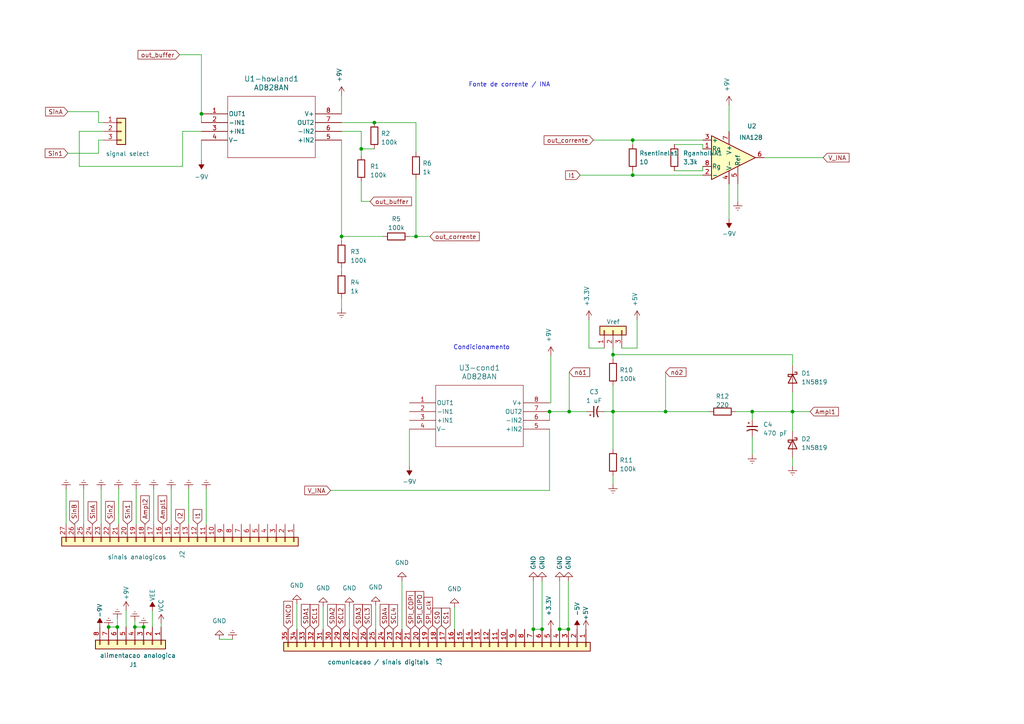
<source format=kicad_sch>
(kicad_sch (version 20230121) (generator eeschema)
  (paper "A4")
  (title_block (title "Fonte de corrente monopolar") (date "2023-07-14") (rev "v02") (company "EITduino") (comment 1 "Autor: Gustavo Pinheiro") (comment 2 "Placa de face dupla 90x100 mm") (comment 3 "Barramento V04") (comment 4 "Howland aperfeicoada"))
  (lib_symbols
    (symbol "2023-04-18_19-29-20:AD828AN" (pin_names (offset 0.254))
      (property "Reference" "U" (at 20.32 10.16 0))
      (property "Value" "AD828AN" (at 20.32 7.62 0))
      (symbol "AD828AN_0_1"
        (polyline (pts (xy 7.62 -12.7) (xy 33.02 -12.7)) (stroke (width 0.127)))
        (polyline (pts (xy 7.62 5.08) (xy 7.62 -12.7)) (stroke (width 0.127)))
        (polyline (pts (xy 33.02 -12.7) (xy 33.02 5.08)) (stroke (width 0.127)))
        (polyline (pts (xy 33.02 5.08) (xy 7.62 5.08)) (stroke (width 0.127)))
        (pin unspecified line (at 0 0 0) (length 7.62) (name "OUT1") (number "1"))
        (pin unspecified line (at 0 -2.54 0) (length 7.62) (name "-IN1") (number "2"))
        (pin unspecified line (at 0 -5.08 0) (length 7.62) (name "+IN1") (number "3"))
        (pin power_in line (at 0 -7.62 0) (length 7.62) (name "V-") (number "4"))
        (pin unspecified line (at 40.64 -7.62 180) (length 7.62) (name "+IN2") (number "5"))
        (pin unspecified line (at 40.64 -5.08 180) (length 7.62) (name "-IN2") (number "6"))
        (pin unspecified line (at 40.64 -2.54 180) (length 7.62) (name "OUT2") (number "7"))
        (pin power_in line (at 40.64 0 180) (length 7.62) (name "V+") (number "8"))
      )
    )
    (symbol "AD828AN:AD828AN" (pin_names (offset 0.254))
      (property "Reference" "U" (at 20.32 10.16 0))
      (property "Value" "AD828AN" (at 20.32 7.62 0))
      (symbol "AD828AN_0_1"
        (polyline (pts (xy 7.62 -12.7) (xy 33.02 -12.7)) (stroke (width 0.127)))
        (polyline (pts (xy 7.62 5.08) (xy 7.62 -12.7)) (stroke (width 0.127)))
        (polyline (pts (xy 33.02 -12.7) (xy 33.02 5.08)) (stroke (width 0.127)))
        (polyline (pts (xy 33.02 5.08) (xy 7.62 5.08)) (stroke (width 0.127)))
        (pin unspecified line (at 0 0 0) (length 7.62) (name "OUT1") (number "1"))
        (pin unspecified line (at 0 -2.54 0) (length 7.62) (name "-IN1") (number "2"))
        (pin unspecified line (at 0 -5.08 0) (length 7.62) (name "+IN1") (number "3"))
        (pin power_in line (at 0 -7.62 0) (length 7.62) (name "V-") (number "4"))
        (pin unspecified line (at 40.64 -7.62 180) (length 7.62) (name "+IN2") (number "5"))
        (pin unspecified line (at 40.64 -5.08 180) (length 7.62) (name "-IN2") (number "6"))
        (pin unspecified line (at 40.64 -2.54 180) (length 7.62) (name "OUT2") (number "7"))
        (pin power_in line (at 40.64 0 180) (length 7.62) (name "V+") (number "8"))
      )
    )
    (symbol "Amplifier_Instrumentation:INA128" (pin_names (offset 0.127))
      (property "Reference" "U" (at 3.81 3.175 0))
      (property "Value" "INA128" (at 3.81 -3.175 0))
      (symbol "INA128_0_1"
        (polyline (pts (xy 7.62 0) (xy -5.08 6.35) (xy -5.08 -6.35) (xy 7.62 0)) (stroke (width 0.254)) (fill (type background)))
      )
      (symbol "INA128_1_1"
        (pin passive line (at -7.62 2.54 0) (length 2.54) (name "Rg") (number "1"))
        (pin input line (at -7.62 -5.08 0) (length 2.54) (name "-") (number "2"))
        (pin input line (at -7.62 5.08 0) (length 2.54) (name "+") (number "3"))
        (pin power_in line (at 0 -7.62 90) (length 3.81) (name "V-") (number "4"))
        (pin input line (at 2.54 -7.62 90) (length 5.08) (name "Ref") (number "5"))
        (pin output line (at 10.16 0 180) (length 2.54) (name "~") (number "6"))
        (pin power_in line (at 0 7.62 270) (length 3.81) (name "V+") (number "7"))
        (pin passive line (at -7.62 -2.54 0) (length 2.54) (name "Rg") (number "8"))
      )
    )
    (symbol "Conn_01x03_1" (pin_names (offset 1.016) hide)
      (property "Value" "Change_signal" (at 8.128 -6.477 0))
      (symbol "Conn_01x03_1_1_1"
        (rectangle (start -1.27 -2.413) (end 0 -2.667) (stroke (width 0.1524)))
        (rectangle (start -1.27 0.127) (end 0 -0.127) (stroke (width 0.1524)))
        (rectangle (start -1.27 2.667) (end 0 2.413) (stroke (width 0.1524)))
        (rectangle (start -1.27 3.81) (end 1.27 -3.81) (stroke (width 0.254)) (fill (type background)))
        (pin passive line (at -5.08 2.54 0) (length 3.81) (name "Pin_1") (number "1"))
        (pin passive line (at -5.08 0 0) (length 3.81) (name "Pin_2") (number "2"))
        (pin passive line (at -5.08 -2.54 0) (length 3.81) (name "Pin_3") (number "3"))
      )
    )
    (symbol "Connector_Generic:Conn_01x03" (pin_names (offset 1.016) hide)
      (property "Reference" "J" (at 0 5.08 0))
      (property "Value" "Conn_01x03" (at 0 -5.08 0))
      (symbol "Conn_01x03_1_1"
        (rectangle (start -1.27 -2.413) (end 0 -2.667) (stroke (width 0.1524)))
        (rectangle (start -1.27 0.127) (end 0 -0.127) (stroke (width 0.1524)))
        (rectangle (start -1.27 2.667) (end 0 2.413) (stroke (width 0.1524)))
        (rectangle (start -1.27 3.81) (end 1.27 -3.81) (stroke (width 0.254)) (fill (type background)))
        (pin passive line (at -5.08 2.54 0) (length 3.81) (name "Pin_1") (number "1"))
        (pin passive line (at -5.08 0 0) (length 3.81) (name "Pin_2") (number "2"))
        (pin passive line (at -5.08 -2.54 0) (length 3.81) (name "Pin_3") (number "3"))
      )
    )
    (symbol "Connector_Generic:Conn_01x08" (pin_names (offset 1.016) hide)
      (property "Reference" "J" (at 0 10.16 0))
      (property "Value" "Conn_01x08" (at 0 -12.7 0))
      (symbol "Conn_01x08_1_1"
        (rectangle (start -1.27 -10.033) (end 0 -10.287) (stroke (width 0.1524)))
        (rectangle (start -1.27 -7.493) (end 0 -7.747) (stroke (width 0.1524)))
        (rectangle (start -1.27 -4.953) (end 0 -5.207) (stroke (width 0.1524)))
        (rectangle (start -1.27 -2.413) (end 0 -2.667) (stroke (width 0.1524)))
        (rectangle (start -1.27 0.127) (end 0 -0.127) (stroke (width 0.1524)))
        (rectangle (start -1.27 2.667) (end 0 2.413) (stroke (width 0.1524)))
        (rectangle (start -1.27 5.207) (end 0 4.953) (stroke (width 0.1524)))
        (rectangle (start -1.27 7.747) (end 0 7.493) (stroke (width 0.1524)))
        (rectangle (start -1.27 8.89) (end 1.27 -11.43) (stroke (width 0.254)) (fill (type background)))
        (pin passive line (at -5.08 7.62 0) (length 3.81) (name "Pin_1") (number "1"))
        (pin passive line (at -5.08 5.08 0) (length 3.81) (name "Pin_2") (number "2"))
        (pin passive line (at -5.08 2.54 0) (length 3.81) (name "Pin_3") (number "3"))
        (pin passive line (at -5.08 0 0) (length 3.81) (name "Pin_4") (number "4"))
        (pin passive line (at -5.08 -2.54 0) (length 3.81) (name "Pin_5") (number "5"))
        (pin passive line (at -5.08 -5.08 0) (length 3.81) (name "Pin_6") (number "6"))
        (pin passive line (at -5.08 -7.62 0) (length 3.81) (name "Pin_7") (number "7"))
        (pin passive line (at -5.08 -10.16 0) (length 3.81) (name "Pin_8") (number "8"))
      )
    )
    (symbol "Connector_Generic:Conn_01x27" (pin_names (offset 1.016) hide)
      (property "Reference" "J" (at 0 35.56 0))
      (property "Value" "Conn_01x27" (at 0 -35.56 0))
      (symbol "Conn_01x27_1_1"
        (rectangle (start -1.27 -32.893) (end 0 -33.147) (stroke (width 0.1524)))
        (rectangle (start -1.27 -30.353) (end 0 -30.607) (stroke (width 0.1524)))
        (rectangle (start -1.27 -27.813) (end 0 -28.067) (stroke (width 0.1524)))
        (rectangle (start -1.27 -25.273) (end 0 -25.527) (stroke (width 0.1524)))
        (rectangle (start -1.27 -22.733) (end 0 -22.987) (stroke (width 0.1524)))
        (rectangle (start -1.27 -20.193) (end 0 -20.447) (stroke (width 0.1524)))
        (rectangle (start -1.27 -17.653) (end 0 -17.907) (stroke (width 0.1524)))
        (rectangle (start -1.27 -15.113) (end 0 -15.367) (stroke (width 0.1524)))
        (rectangle (start -1.27 -12.573) (end 0 -12.827) (stroke (width 0.1524)))
        (rectangle (start -1.27 -10.033) (end 0 -10.287) (stroke (width 0.1524)))
        (rectangle (start -1.27 -7.493) (end 0 -7.747) (stroke (width 0.1524)))
        (rectangle (start -1.27 -4.953) (end 0 -5.207) (stroke (width 0.1524)))
        (rectangle (start -1.27 -2.413) (end 0 -2.667) (stroke (width 0.1524)))
        (rectangle (start -1.27 0.127) (end 0 -0.127) (stroke (width 0.1524)))
        (rectangle (start -1.27 2.667) (end 0 2.413) (stroke (width 0.1524)))
        (rectangle (start -1.27 5.207) (end 0 4.953) (stroke (width 0.1524)))
        (rectangle (start -1.27 7.747) (end 0 7.493) (stroke (width 0.1524)))
        (rectangle (start -1.27 10.287) (end 0 10.033) (stroke (width 0.1524)))
        (rectangle (start -1.27 12.827) (end 0 12.573) (stroke (width 0.1524)))
        (rectangle (start -1.27 15.367) (end 0 15.113) (stroke (width 0.1524)))
        (rectangle (start -1.27 17.907) (end 0 17.653) (stroke (width 0.1524)))
        (rectangle (start -1.27 20.447) (end 0 20.193) (stroke (width 0.1524)))
        (rectangle (start -1.27 22.987) (end 0 22.733) (stroke (width 0.1524)))
        (rectangle (start -1.27 25.527) (end 0 25.273) (stroke (width 0.1524)))
        (rectangle (start -1.27 28.067) (end 0 27.813) (stroke (width 0.1524)))
        (rectangle (start -1.27 30.607) (end 0 30.353) (stroke (width 0.1524)))
        (rectangle (start -1.27 33.147) (end 0 32.893) (stroke (width 0.1524)))
        (rectangle (start -1.27 34.29) (end 1.27 -34.29) (stroke (width 0.254)) (fill (type background)))
        (pin passive line (at -5.08 33.02 0) (length 3.81) (name "Pin_1") (number "1"))
        (pin passive line (at -5.08 10.16 0) (length 3.81) (name "Pin_10") (number "10"))
        (pin passive line (at -5.08 7.62 0) (length 3.81) (name "Pin_11") (number "11"))
        (pin passive line (at -5.08 5.08 0) (length 3.81) (name "Pin_12") (number "12"))
        (pin passive line (at -5.08 2.54 0) (length 3.81) (name "Pin_13") (number "13"))
        (pin passive line (at -5.08 0 0) (length 3.81) (name "Pin_14") (number "14"))
        (pin passive line (at -5.08 -2.54 0) (length 3.81) (name "Pin_15") (number "15"))
        (pin passive line (at -5.08 -5.08 0) (length 3.81) (name "Pin_16") (number "16"))
        (pin passive line (at -5.08 -7.62 0) (length 3.81) (name "Pin_17") (number "17"))
        (pin passive line (at -5.08 -10.16 0) (length 3.81) (name "Pin_18") (number "18"))
        (pin passive line (at -5.08 -12.7 0) (length 3.81) (name "Pin_19") (number "19"))
        (pin passive line (at -5.08 30.48 0) (length 3.81) (name "Pin_2") (number "2"))
        (pin passive line (at -5.08 -15.24 0) (length 3.81) (name "Pin_20") (number "20"))
        (pin passive line (at -5.08 -17.78 0) (length 3.81) (name "Pin_21") (number "21"))
        (pin passive line (at -5.08 -20.32 0) (length 3.81) (name "Pin_22") (number "22"))
        (pin passive line (at -5.08 -22.86 0) (length 3.81) (name "Pin_23") (number "23"))
        (pin passive line (at -5.08 -25.4 0) (length 3.81) (name "Pin_24") (number "24"))
        (pin passive line (at -5.08 -27.94 0) (length 3.81) (name "Pin_25") (number "25"))
        (pin passive line (at -5.08 -30.48 0) (length 3.81) (name "Pin_26") (number "26"))
        (pin passive line (at -5.08 -33.02 0) (length 3.81) (name "Pin_27") (number "27"))
        (pin passive line (at -5.08 27.94 0) (length 3.81) (name "Pin_3") (number "3"))
        (pin passive line (at -5.08 25.4 0) (length 3.81) (name "Pin_4") (number "4"))
        (pin passive line (at -5.08 22.86 0) (length 3.81) (name "Pin_5") (number "5"))
        (pin passive line (at -5.08 20.32 0) (length 3.81) (name "Pin_6") (number "6"))
        (pin passive line (at -5.08 17.78 0) (length 3.81) (name "Pin_7") (number "7"))
        (pin passive line (at -5.08 15.24 0) (length 3.81) (name "Pin_8") (number "8"))
        (pin passive line (at -5.08 12.7 0) (length 3.81) (name "Pin_9") (number "9"))
      )
    )
    (symbol "Connector_Generic:Conn_01x35" (pin_names (offset 1.016) hide)
      (property "Reference" "J" (at 0 45.72 0))
      (property "Value" "Conn_01x35" (at 0 -45.72 0))
      (symbol "Conn_01x35_1_1"
        (rectangle (start -1.27 -43.053) (end 0 -43.307) (stroke (width 0.1524)))
        (rectangle (start -1.27 -40.513) (end 0 -40.767) (stroke (width 0.1524)))
        (rectangle (start -1.27 -37.973) (end 0 -38.227) (stroke (width 0.1524)))
        (rectangle (start -1.27 -35.433) (end 0 -35.687) (stroke (width 0.1524)))
        (rectangle (start -1.27 -32.893) (end 0 -33.147) (stroke (width 0.1524)))
        (rectangle (start -1.27 -30.353) (end 0 -30.607) (stroke (width 0.1524)))
        (rectangle (start -1.27 -27.813) (end 0 -28.067) (stroke (width 0.1524)))
        (rectangle (start -1.27 -25.273) (end 0 -25.527) (stroke (width 0.1524)))
        (rectangle (start -1.27 -22.733) (end 0 -22.987) (stroke (width 0.1524)))
        (rectangle (start -1.27 -20.193) (end 0 -20.447) (stroke (width 0.1524)))
        (rectangle (start -1.27 -17.653) (end 0 -17.907) (stroke (width 0.1524)))
        (rectangle (start -1.27 -15.113) (end 0 -15.367) (stroke (width 0.1524)))
        (rectangle (start -1.27 -12.573) (end 0 -12.827) (stroke (width 0.1524)))
        (rectangle (start -1.27 -10.033) (end 0 -10.287) (stroke (width 0.1524)))
        (rectangle (start -1.27 -7.493) (end 0 -7.747) (stroke (width 0.1524)))
        (rectangle (start -1.27 -4.953) (end 0 -5.207) (stroke (width 0.1524)))
        (rectangle (start -1.27 -2.413) (end 0 -2.667) (stroke (width 0.1524)))
        (rectangle (start -1.27 0.127) (end 0 -0.127) (stroke (width 0.1524)))
        (rectangle (start -1.27 2.667) (end 0 2.413) (stroke (width 0.1524)))
        (rectangle (start -1.27 5.207) (end 0 4.953) (stroke (width 0.1524)))
        (rectangle (start -1.27 7.747) (end 0 7.493) (stroke (width 0.1524)))
        (rectangle (start -1.27 10.287) (end 0 10.033) (stroke (width 0.1524)))
        (rectangle (start -1.27 12.827) (end 0 12.573) (stroke (width 0.1524)))
        (rectangle (start -1.27 15.367) (end 0 15.113) (stroke (width 0.1524)))
        (rectangle (start -1.27 17.907) (end 0 17.653) (stroke (width 0.1524)))
        (rectangle (start -1.27 20.447) (end 0 20.193) (stroke (width 0.1524)))
        (rectangle (start -1.27 22.987) (end 0 22.733) (stroke (width 0.1524)))
        (rectangle (start -1.27 25.527) (end 0 25.273) (stroke (width 0.1524)))
        (rectangle (start -1.27 28.067) (end 0 27.813) (stroke (width 0.1524)))
        (rectangle (start -1.27 30.607) (end 0 30.353) (stroke (width 0.1524)))
        (rectangle (start -1.27 33.147) (end 0 32.893) (stroke (width 0.1524)))
        (rectangle (start -1.27 35.687) (end 0 35.433) (stroke (width 0.1524)))
        (rectangle (start -1.27 38.227) (end 0 37.973) (stroke (width 0.1524)))
        (rectangle (start -1.27 40.767) (end 0 40.513) (stroke (width 0.1524)))
        (rectangle (start -1.27 43.307) (end 0 43.053) (stroke (width 0.1524)))
        (rectangle (start -1.27 44.45) (end 1.27 -44.45) (stroke (width 0.254)) (fill (type background)))
        (pin passive line (at -5.08 43.18 0) (length 3.81) (name "Pin_1") (number "1"))
        (pin passive line (at -5.08 20.32 0) (length 3.81) (name "Pin_10") (number "10"))
        (pin passive line (at -5.08 17.78 0) (length 3.81) (name "Pin_11") (number "11"))
        (pin passive line (at -5.08 15.24 0) (length 3.81) (name "Pin_12") (number "12"))
        (pin passive line (at -5.08 12.7 0) (length 3.81) (name "Pin_13") (number "13"))
        (pin passive line (at -5.08 10.16 0) (length 3.81) (name "Pin_14") (number "14"))
        (pin passive line (at -5.08 7.62 0) (length 3.81) (name "Pin_15") (number "15"))
        (pin passive line (at -5.08 5.08 0) (length 3.81) (name "Pin_16") (number "16"))
        (pin passive line (at -5.08 2.54 0) (length 3.81) (name "Pin_17") (number "17"))
        (pin passive line (at -5.08 0 0) (length 3.81) (name "Pin_18") (number "18"))
        (pin passive line (at -5.08 -2.54 0) (length 3.81) (name "Pin_19") (number "19"))
        (pin passive line (at -5.08 40.64 0) (length 3.81) (name "Pin_2") (number "2"))
        (pin passive line (at -5.08 -5.08 0) (length 3.81) (name "Pin_20") (number "20"))
        (pin passive line (at -5.08 -7.62 0) (length 3.81) (name "Pin_21") (number "21"))
        (pin passive line (at -5.08 -10.16 0) (length 3.81) (name "Pin_22") (number "22"))
        (pin passive line (at -5.08 -12.7 0) (length 3.81) (name "Pin_23") (number "23"))
        (pin passive line (at -5.08 -15.24 0) (length 3.81) (name "Pin_24") (number "24"))
        (pin passive line (at -5.08 -17.78 0) (length 3.81) (name "Pin_25") (number "25"))
        (pin passive line (at -5.08 -20.32 0) (length 3.81) (name "Pin_26") (number "26"))
        (pin passive line (at -5.08 -22.86 0) (length 3.81) (name "Pin_27") (number "27"))
        (pin passive line (at -5.08 -25.4 0) (length 3.81) (name "Pin_28") (number "28"))
        (pin passive line (at -5.08 -27.94 0) (length 3.81) (name "Pin_29") (number "29"))
        (pin passive line (at -5.08 38.1 0) (length 3.81) (name "Pin_3") (number "3"))
        (pin passive line (at -5.08 -30.48 0) (length 3.81) (name "Pin_30") (number "30"))
        (pin passive line (at -5.08 -33.02 0) (length 3.81) (name "Pin_31") (number "31"))
        (pin passive line (at -5.08 -35.56 0) (length 3.81) (name "Pin_32") (number "32"))
        (pin passive line (at -5.08 -38.1 0) (length 3.81) (name "Pin_33") (number "33"))
        (pin passive line (at -5.08 -40.64 0) (length 3.81) (name "Pin_34") (number "34"))
        (pin passive line (at -5.08 -43.18 0) (length 3.81) (name "Pin_35") (number "35"))
        (pin passive line (at -5.08 35.56 0) (length 3.81) (name "Pin_4") (number "4"))
        (pin passive line (at -5.08 33.02 0) (length 3.81) (name "Pin_5") (number "5"))
        (pin passive line (at -5.08 30.48 0) (length 3.81) (name "Pin_6") (number "6"))
        (pin passive line (at -5.08 27.94 0) (length 3.81) (name "Pin_7") (number "7"))
        (pin passive line (at -5.08 25.4 0) (length 3.81) (name "Pin_8") (number "8"))
        (pin passive line (at -5.08 22.86 0) (length 3.81) (name "Pin_9") (number "9"))
      )
    )
    (symbol "Device:C_Polarized_Small_US" (pin_numbers hide) (pin_names (offset 0.254) hide)
      (property "Reference" "C" (at 0.254 1.778 0))
      (property "Value" "C_Polarized_Small_US" (at 0.254 -2.032 0))
      (symbol "C_Polarized_Small_US_0_1"
        (polyline (pts (xy -1.524 0.508) (xy 1.524 0.508)) (stroke (width 0.3048)))
        (polyline (pts (xy -1.27 1.524) (xy -0.762 1.524)))
        (polyline (pts (xy -1.016 1.27) (xy -1.016 1.778)))
        (arc (start 1.524 -0.762) (mid 0 -0.3734) (end -1.524 -0.762) (stroke (width 0.3048)))
      )
      (symbol "C_Polarized_Small_US_1_1"
        (pin passive line (at 0 2.54 270) (length 2.032) (name "~") (number "1"))
        (pin passive line (at 0 -2.54 90) (length 2.032) (name "~") (number "2"))
      )
    )
    (symbol "Device:R" (pin_numbers hide) (pin_names (offset 0))
      (property "Reference" "R" (at 2.032 0 90))
      (property "Value" "R" (at 0 0 90))
      (symbol "R_0_1"
        (rectangle (start -1.016 -2.54) (end 1.016 2.54) (stroke (width 0.254)))
      )
      (symbol "R_1_1"
        (pin passive line (at 0 3.81 270) (length 1.27) (name "~") (number "1"))
        (pin passive line (at 0 -3.81 90) (length 1.27) (name "~") (number "2"))
      )
    )
    (symbol "Diode:1N5819" (pin_numbers hide) (pin_names (offset 1.016) hide)
      (property "Reference" "D" (at 0 2.54 0))
      (property "Value" "1N5819" (at 0 -2.54 0))
      (symbol "1N5819_0_1"
        (polyline (pts (xy 1.27 0) (xy -1.27 0)))
        (polyline (pts (xy 1.27 1.27) (xy 1.27 -1.27) (xy -1.27 0) (xy 1.27 1.27)) (stroke (width 0.254)))
        (polyline (pts (xy -1.905 0.635) (xy -1.905 1.27) (xy -1.27 1.27) (xy -1.27 -1.27) (xy -0.635 -1.27) (xy -0.635 -0.635)) (stroke (width 0.254)))
      )
      (symbol "1N5819_1_1"
        (pin passive line (at -3.81 0 0) (length 2.54) (name "K") (number "1"))
        (pin passive line (at 3.81 0 180) (length 2.54) (name "A") (number "2"))
      )
    )
    (symbol "power:+3.3V" (power) (pin_names (offset 0))
      (property "Value" "+3.3V" (at 0 3.556 0))
      (symbol "+3.3V_0_1"
        (polyline (pts (xy -0.762 1.27) (xy 0 2.54)))
        (polyline (pts (xy 0 0) (xy 0 2.54)))
        (polyline (pts (xy 0 2.54) (xy 0.762 1.27)))
      )
      (symbol "+3.3V_1_1"
        (pin power_in line (at 0 0 90) (length 0) hide (name "+3.3V") (number "1"))
      )
    )
    (symbol "power:+5V" (power) (pin_names (offset 0))
      (property "Value" "+5V" (at 0 3.556 0))
      (symbol "+5V_0_1"
        (polyline (pts (xy -0.762 1.27) (xy 0 2.54)))
        (polyline (pts (xy 0 0) (xy 0 2.54)))
        (polyline (pts (xy 0 2.54) (xy 0.762 1.27)))
      )
      (symbol "+5V_1_1"
        (pin power_in line (at 0 0 90) (length 0) hide (name "+5V") (number "1"))
      )
    )
    (symbol "power:+9V" (power) (pin_names (offset 0))
      (property "Value" "+9V" (at 0 3.556 0))
      (symbol "+9V_0_1"
        (polyline (pts (xy -0.762 1.27) (xy 0 2.54)))
        (polyline (pts (xy 0 0) (xy 0 2.54)))
        (polyline (pts (xy 0 2.54) (xy 0.762 1.27)))
      )
      (symbol "+9V_1_1"
        (pin power_in line (at 0 0 90) (length 0) hide (name "+9V") (number "1"))
      )
    )
    (symbol "power:-5V" (power) (pin_names (offset 0))
      (property "Value" "-5V" (at 0 3.81 0))
      (symbol "-5V_0_0"
        (pin power_in line (at 0 0 90) (length 0) hide (name "-5V") (number "1"))
      )
      (symbol "-5V_0_1"
        (polyline (pts (xy 0 0) (xy 0 1.27) (xy 0.762 1.27) (xy 0 2.54) (xy -0.762 1.27) (xy 0 1.27)) (fill (type outline)))
      )
    )
    (symbol "power:-9V" (power) (pin_names (offset 0))
      (property "Value" "-9V" (at 0 3.81 0))
      (symbol "-9V_0_1"
        (polyline (pts (xy 0 0) (xy 0 2.54)))
        (polyline (pts (xy 0.762 1.27) (xy -0.762 1.27) (xy 0 2.54) (xy 0.762 1.27)) (fill (type outline)))
      )
      (symbol "-9V_1_1"
        (pin power_in line (at 0 0 90) (length 0) hide (name "-9V") (number "1"))
      )
    )
    (symbol "power:Earth" (power) (pin_names (offset 0))
      (symbol "Earth_0_1"
        (polyline (pts (xy -0.635 -1.905) (xy 0.635 -1.905)))
        (polyline (pts (xy -0.127 -2.54) (xy 0.127 -2.54)))
        (polyline (pts (xy 0 -1.27) (xy 0 0)))
        (polyline (pts (xy 1.27 -1.27) (xy -1.27 -1.27)))
      )
      (symbol "Earth_1_1"
        (pin power_in line (at 0 0 270) (length 0) hide (name "Earth") (number "1"))
      )
    )
    (symbol "power:GND" (power) (pin_names (offset 0))
      (property "Value" "GND" (at 0 -3.81 0))
      (symbol "GND_0_1"
        (polyline (pts (xy 0 0) (xy 0 -1.27) (xy 1.27 -1.27) (xy 0 -2.54) (xy -1.27 -1.27) (xy 0 -1.27)))
      )
      (symbol "GND_1_1"
        (pin power_in line (at 0 0 270) (length 0) hide (name "GND") (number "1"))
      )
    )
    (symbol "power:VCC" (power) (pin_names (offset 0))
      (property "Value" "VCC" (at 0 3.81 0))
      (symbol "VCC_0_1"
        (polyline (pts (xy -0.762 1.27) (xy 0 2.54)))
        (polyline (pts (xy 0 0) (xy 0 2.54)))
        (polyline (pts (xy 0 2.54) (xy 0.762 1.27)))
      )
      (symbol "VCC_1_1"
        (pin power_in line (at 0 0 90) (length 0) hide (name "VCC") (number "1"))
      )
    )
    (symbol "power:VEE" (power) (pin_names (offset 0))
      (property "Value" "VEE" (at 0 3.81 0))
      (symbol "VEE_0_1"
        (polyline (pts (xy 0 0) (xy 0 2.54)))
        (polyline (pts (xy 0.762 1.27) (xy -0.762 1.27) (xy 0 2.54) (xy 0.762 1.27)) (fill (type outline)))
      )
      (symbol "VEE_1_1"
        (pin power_in line (at 0 0 90) (length 0) hide (name "VEE") (number "1"))
      )
    )
  )
  (junction (at 229.87 119.38))
  (junction (at 162.306 182.499))
  (junction (at 31.4948 181.864))
  (junction (at 157.226 182.499))
  (junction (at 183.515 50.8))
  (junction (at 34.0348 181.864))
  (junction (at 104.775 43.18))
  (junction (at 159.385 119.38))
  (junction (at 177.8 102.87))
  (junction (at 177.8 119.38))
  (junction (at 164.846 182.499))
  (junction (at 193.04 119.38))
  (junction (at 165.1 119.38))
  (junction (at 120.65 68.58))
  (junction (at 218.186 119.38))
  (junction (at 39.1148 181.864))
  (junction (at 154.686 182.499))
  (junction (at 41.6548 181.864))
  (junction (at 99.06 68.58))
  (junction (at 183.515 40.64))
  (junction (at 58.42 33.02))
  (junction (at 108.585 35.56))
  (wire (pts (xy 86.106 175.133) (xy 86.106 182.499)))
  (wire (pts (xy 21.717 152.019) (xy 21.463 152.019)))
  (wire (pts (xy 39.1148 181.184) (xy 39.1148 181.864)))
  (wire (pts (xy 44.195 181.864) (xy 44.1948 181.864)))
  (wire (pts (xy 104.775 38.1) (xy 99.06 38.1)))
  (wire (pts (xy 159.385 119.38) (xy 165.1 119.38)))
  (wire (pts (xy 218.186 126.746) (xy 218.186 131.826)))
  (wire (pts (xy 34.417 141.859) (xy 34.417 152.019)))
  (wire (pts (xy 58.42 38.1) (xy 52.959 38.1)))
  (wire (pts (xy 95.885 142.24) (xy 159.385 142.24)))
  (wire (pts (xy 52.959 48.26) (xy 52.959 38.1)))
  (wire (pts (xy 36.5748 177.038) (xy 36.5748 181.864)))
  (wire (pts (xy 175.26 119.38) (xy 177.8 119.38)))
  (wire (pts (xy 104.775 43.18) (xy 104.775 45.085)))
  (wire (pts (xy 29.337 141.859) (xy 29.337 152.019)))
  (wire (pts (xy 99.06 68.58) (xy 99.06 69.85)))
  (wire (pts (xy 168.275 50.8) (xy 183.515 50.8)))
  (wire (pts (xy 203.835 50.8) (xy 183.515 50.8)))
  (wire (pts (xy 30.099 38.1) (xy 22.987 38.1)))
  (wire (pts (xy 39.497 141.859) (xy 39.497 152.019)))
  (wire (pts (xy 229.87 113.665) (xy 229.87 119.38)))
  (wire (pts (xy 99.06 35.56) (xy 108.585 35.56)))
  (wire (pts (xy 177.8 119.38) (xy 177.8 130.302)))
  (wire (pts (xy 116.586 168.529) (xy 116.586 182.499)))
  (wire (pts (xy 177.8 102.87) (xy 229.87 102.87)))
  (wire (pts (xy 59.817 141.859) (xy 59.817 152.019)))
  (wire (pts (xy 120.65 35.56) (xy 120.65 44.196)))
  (wire (pts (xy 213.995 53.34) (xy 213.995 58.42)))
  (wire (pts (xy 229.87 125.095) (xy 229.87 119.38)))
  (wire (pts (xy 229.87 132.715) (xy 229.87 135.255)))
  (wire (pts (xy 104.775 52.705) (xy 104.775 58.42)))
  (wire (pts (xy 175.26 100.965) (xy 170.815 100.965)))
  (wire (pts (xy 229.87 119.38) (xy 234.95 119.38)))
  (wire (pts (xy 63.627 185.42) (xy 67.437 185.42)))
  (wire (pts (xy 203.835 49.53) (xy 203.835 48.26)))
  (wire (pts (xy 39.1148 181.864) (xy 41.6548 181.864)))
  (wire (pts (xy 211.455 53.34) (xy 211.455 63.5)))
  (wire (pts (xy 172.085 40.64) (xy 183.515 40.64)))
  (wire (pts (xy 46.736 180.757) (xy 46.736 181.864)))
  (wire (pts (xy 19.685 32.385) (xy 28.575 32.385)))
  (wire (pts (xy 58.42 40.64) (xy 58.42 46.482)))
  (wire (pts (xy 183.515 41.91) (xy 183.515 40.64)))
  (wire (pts (xy 118.745 124.46) (xy 118.745 135.255)))
  (wire (pts (xy 183.515 50.8) (xy 183.515 49.53)))
  (wire (pts (xy 221.615 45.72) (xy 238.76 45.72)))
  (wire (pts (xy 39.1131 179.9726) (xy 39.1131 181.184)))
  (wire (pts (xy 30.099 40.64) (xy 28.575 40.64)))
  (wire (pts (xy 30.099 35.56) (xy 28.575 35.56)))
  (wire (pts (xy 213.36 119.38) (xy 218.186 119.38)))
  (wire (pts (xy 19.685 44.45) (xy 28.575 44.45)))
  (wire (pts (xy 229.87 102.87) (xy 229.87 106.045)))
  (wire (pts (xy 165.1 119.38) (xy 170.18 119.38)))
  (wire (pts (xy 58.42 33.02) (xy 58.42 35.56)))
  (wire (pts (xy 28.575 32.385) (xy 28.575 35.56)))
  (wire (pts (xy 195.58 49.53) (xy 203.835 49.53)))
  (wire (pts (xy 44.577 141.859) (xy 44.577 152.019)))
  (wire (pts (xy 165.1 107.95) (xy 165.1 119.38)))
  (wire (pts (xy 118.745 68.58) (xy 120.65 68.58)))
  (wire (pts (xy 120.65 68.58) (xy 124.714 68.58)))
  (wire (pts (xy 195.58 41.91) (xy 203.835 41.91)))
  (wire (pts (xy 162.306 182.499) (xy 164.846 182.499)))
  (wire (pts (xy 22.987 38.1) (xy 22.987 48.26)))
  (wire (pts (xy 131.826 176.149) (xy 131.826 182.499)))
  (wire (pts (xy 193.04 119.38) (xy 205.74 119.38)))
  (wire (pts (xy 34.0348 179.324) (xy 34.0348 181.864)))
  (wire (pts (xy 184.785 100.965) (xy 184.785 92.71)))
  (wire (pts (xy 211.455 30.48) (xy 211.455 38.1)))
  (wire (pts (xy 31.4948 181.864) (xy 34.0348 181.864)))
  (wire (pts (xy 28.575 40.64) (xy 28.575 44.45)))
  (wire (pts (xy 104.775 38.1) (xy 104.775 43.18)))
  (wire (pts (xy 154.686 168.529) (xy 154.686 182.499)))
  (wire (pts (xy 108.585 35.56) (xy 120.65 35.56)))
  (wire (pts (xy 193.04 107.95) (xy 193.04 119.38)))
  (wire (pts (xy 157.226 168.529) (xy 157.226 182.499)))
  (wire (pts (xy 177.8 111.76) (xy 177.8 119.38)))
  (wire (pts (xy 99.06 77.47) (xy 99.06 78.74)))
  (wire (pts (xy 19.177 141.859) (xy 19.177 152.019)))
  (wire (pts (xy 203.835 41.91) (xy 203.835 43.18)))
  (wire (pts (xy 170.815 100.965) (xy 170.815 92.71)))
  (wire (pts (xy 218.186 119.38) (xy 218.186 121.666)))
  (wire (pts (xy 58.42 15.875) (xy 58.42 33.02)))
  (wire (pts (xy 177.8 104.14) (xy 177.8 102.87)))
  (wire (pts (xy 159.385 142.24) (xy 159.385 124.46)))
  (wire (pts (xy 101.346 175.895) (xy 101.346 182.499)))
  (wire (pts (xy 44.195 177.1809) (xy 44.195 181.864)))
  (wire (pts (xy 99.06 89.535) (xy 99.06 86.36)))
  (wire (pts (xy 159.385 119.38) (xy 159.385 121.92)))
  (wire (pts (xy 162.306 168.529) (xy 162.306 182.499)))
  (wire (pts (xy 180.34 100.965) (xy 184.785 100.965)))
  (wire (pts (xy 120.65 51.816) (xy 120.65 68.58)))
  (wire (pts (xy 99.06 27.686) (xy 99.06 33.02)))
  (wire (pts (xy 108.966 175.641) (xy 108.966 182.499)))
  (wire (pts (xy 93.726 175.895) (xy 93.726 182.499)))
  (wire (pts (xy 164.846 168.529) (xy 164.846 182.499)))
  (wire (pts (xy 218.186 119.38) (xy 229.87 119.38)))
  (wire (pts (xy 49.657 141.859) (xy 49.657 152.019)))
  (wire (pts (xy 22.987 48.26) (xy 52.959 48.26)))
  (wire (pts (xy 52.07 15.875) (xy 58.42 15.875)))
  (wire (pts (xy 54.737 141.859) (xy 54.737 152.019)))
  (wire (pts (xy 177.8 137.922) (xy 177.8 140.462)))
  (wire (pts (xy 177.8 102.87) (xy 177.8 100.965)))
  (wire (pts (xy 46.7348 181.864) (xy 46.736 181.864)))
  (wire (pts (xy 99.06 40.64) (xy 99.06 68.58)))
  (wire (pts (xy 24.257 141.859) (xy 24.257 152.019)))
  (wire (pts (xy 183.515 40.64) (xy 203.835 40.64)))
  (wire (pts (xy 177.8 119.38) (xy 193.04 119.38)))
  (wire (pts (xy 39.1131 181.184) (xy 39.1148 181.184)))
  (wire (pts (xy 104.775 58.42) (xy 107.315 58.42)))
  (wire (pts (xy 159.766 103.124) (xy 159.766 116.84)))
  (wire (pts (xy 111.125 68.58) (xy 99.06 68.58)))
  (wire (pts (xy 104.775 43.18) (xy 108.585 43.18)))
  (wire (pts (xy 154.686 182.499) (xy 157.226 182.499)))
  (wire (pts (xy 159.766 116.84) (xy 159.385 116.84)))
  (text "Fonte de corrente / INA\n" (at 135.89 25.4 0) (effects (font (size 1.27 1.27)) (justify left bottom)))
  (text "Condicionamento\n" (at 131.445 101.6 0) (effects (font (size 1.27 1.27)) (justify left bottom)))
  (global_label "SCL3" (shape input) (at 106.426 182.499 90) (property "Intersheetrefs" "${INTERSHEET_REFS}" (effects hide)))
  (global_label "SinA" (shape input) (at 19.685 32.385 180) (property "Intersheetrefs" "${INTERSHEET_REFS}" (effects hide)))
  (global_label "Sin2" (shape input) (at 31.877 152.019 90) (property "Intersheetrefs" "${INTERSHEET_REFS}" (effects hide)))
  (global_label "SCL2" (shape input) (at 98.806 182.499 90) (property "Intersheetrefs" "${INTERSHEET_REFS}" (effects hide)))
  (global_label "Ampl1" (shape input) (at 234.95 119.38 0) (property "Intersheetrefs" "${INTERSHEET_REFS}" (effects hide)))
  (global_label "I2" (shape input) (at 52.197 152.019 90) (property "Intersheetrefs" "${INTERSHEET_REFS}" (effects hide)))
  (global_label "SinB" (shape input) (at 21.463 152.019 90) (property "Intersheetrefs" "${INTERSHEET_REFS}" (effects hide)))
  (global_label "CS0" (shape input) (at 126.746 182.499 90) (property "Intersheetrefs" "${INTERSHEET_REFS}" (effects hide)))
  (global_label "I1" (shape input) (at 57.277 152.019 90) (property "Intersheetrefs" "${INTERSHEET_REFS}" (effects hide)))
  (global_label "SPI_COPI" (shape input) (at 119.126 182.499 90) (property "Intersheetrefs" "${INTERSHEET_REFS}" (effects hide)))
  (global_label "out_corrente" (shape input) (at 172.085 40.64 180) (property "Intersheetrefs" "${INTERSHEET_REFS}" (effects hide)))
  (global_label "SDA4" (shape input) (at 111.506 182.499 90) (property "Intersheetrefs" "${INTERSHEET_REFS}" (effects hide)))
  (global_label "V_INA" (shape input) (at 238.76 45.72 0) (property "Intersheetrefs" "${INTERSHEET_REFS}" (effects hide)))
  (global_label "SINCD" (shape input) (at 83.566 182.499 90) (property "Intersheetrefs" "${INTERSHEET_REFS}" (effects hide)))
  (global_label "nó1" (shape input) (at 165.1 107.95 0) (property "Intersheetrefs" "${INTERSHEET_REFS}" (effects hide)))
  (global_label "V_INA" (shape input) (at 95.885 142.24 180) (property "Intersheetrefs" "${INTERSHEET_REFS}" (effects hide)))
  (global_label "Sin1" (shape input) (at 19.685 44.45 180) (property "Intersheetrefs" "${INTERSHEET_REFS}" (effects hide)))
  (global_label "SCL4" (shape input) (at 114.046 182.499 90) (property "Intersheetrefs" "${INTERSHEET_REFS}" (effects hide)))
  (global_label "SDA3" (shape input) (at 103.886 182.499 90) (property "Intersheetrefs" "${INTERSHEET_REFS}" (effects hide)))
  (global_label "Sin1" (shape input) (at 36.957 152.019 90) (property "Intersheetrefs" "${INTERSHEET_REFS}" (effects hide)))
  (global_label "Ampl1" (shape input) (at 47.117 152.019 90) (property "Intersheetrefs" "${INTERSHEET_REFS}" (effects hide)))
  (global_label "SPI_clk" (shape input) (at 124.206 182.499 90) (property "Intersheetrefs" "${INTERSHEET_REFS}" (effects hide)))
  (global_label "I1" (shape input) (at 168.275 50.8 180) (property "Intersheetrefs" "${INTERSHEET_REFS}" (effects hide)))
  (global_label "out_buffer" (shape input) (at 52.07 15.875 180) (property "Intersheetrefs" "${INTERSHEET_REFS}" (effects hide)))
  (global_label "SinA" (shape input) (at 26.797 152.019 90) (property "Intersheetrefs" "${INTERSHEET_REFS}" (effects hide)))
  (global_label "SDA1" (shape input) (at 88.646 182.499 90) (property "Intersheetrefs" "${INTERSHEET_REFS}" (effects hide)))
  (global_label "SCL1" (shape input) (at 91.186 182.499 90) (property "Intersheetrefs" "${INTERSHEET_REFS}" (effects hide)))
  (global_label "Ampl2" (shape input) (at 42.037 152.019 90) (property "Intersheetrefs" "${INTERSHEET_REFS}" (effects hide)))
  (global_label "out_corrente" (shape input) (at 124.714 68.58 0) (property "Intersheetrefs" "${INTERSHEET_REFS}" (effects hide)))
  (global_label "SDA2" (shape input) (at 96.266 182.499 90) (property "Intersheetrefs" "${INTERSHEET_REFS}" (effects hide)))
  (global_label "out_buffer" (shape input) (at 107.315 58.42 0) (property "Intersheetrefs" "${INTERSHEET_REFS}" (effects hide)))
  (global_label "CS1" (shape input) (at 129.286 182.499 90) (property "Intersheetrefs" "${INTERSHEET_REFS}" (effects hide)))
  (global_label "nó2" (shape input) (at 193.04 107.95 0) (property "Intersheetrefs" "${INTERSHEET_REFS}" (effects hide)))
  (global_label "SPI_CIPO" (shape input) (at 121.666 182.499 90) (property "Intersheetrefs" "${INTERSHEET_REFS}" (effects hide)))
  (symbol (lib_id "Device:R") (at 99.06 82.55 0) (unit 1)
    (property "Reference" "R4" (at 101.6 81.915 0) (effects (justify left)))
    (property "Value" "1k" (at 101.6 84.455 0) (effects (justify left)))
    (property "Footprint" "Resistor_THT:R_Axial_DIN0207_L6.3mm_D2.5mm_P7.62mm_Horizontal" (effects hide))
  )
  (symbol (lib_id "power:+3.3V") (at 159.766 182.499 0) (unit 1)
    (property "Reference" "#PWR043" (effects hide))
    (property "Value" "+3.3V" (at 159.131 178.689 90) (effects (justify left)))
  )
  (symbol (lib_id "power:GND") (at 162.306 168.529 180) (unit 1)
    (property "Reference" "#PWR045" (effects hide))
    (property "Value" "GND" (at 162.306 163.195 90))
  )
  (symbol (lib_id "power:-9V") (at 58.42 46.482 180) (unit 1)
    (property "Reference" "#PWR02" (effects hide))
    (property "Value" "-9V" (at 58.42 51.308 0))
  )
  (symbol (lib_id "power:Earth") (at 54.737 141.859 180) (unit 1)
    (property "Reference" "#PWR028" (effects hide))
    (property "Value" "Earth" (effects hide))
  )
  (symbol (lib_id "power:GND") (at 116.586 168.529 180) (unit 1)
    (property "Reference" "#PWR030" (effects hide))
    (property "Value" "GND" (at 116.586 163.195 0))
  )
  (symbol (lib_id "power:+9V") (at 36.5748 177.038 0) (unit 1)
    (property "Reference" "#PWR046" (effects hide))
    (property "Value" "+9V" (at 36.6091 174.0816 90) (effects (justify left)))
  )
  (symbol (lib_id "Device:R") (at 104.775 48.895 0) (unit 1)
    (property "Reference" "R1" (at 107.315 48.26 0) (effects (justify left)))
    (property "Value" "100k" (at 107.315 50.8 0) (effects (justify left)))
    (property "Footprint" "Resistor_THT:R_Axial_DIN0207_L6.3mm_D2.5mm_P7.62mm_Horizontal" (effects hide))
  )
  (symbol (lib_id "power:Earth") (at 59.817 141.859 180) (unit 1)
    (property "Reference" "#PWR031" (effects hide))
    (property "Value" "Earth" (effects hide))
  )
  (symbol (lib_id "power:Earth") (at 99.06 89.535 0) (unit 1)
    (property "Reference" "#PWR03" (effects hide))
    (property "Value" "Earth" (effects hide))
  )
  (symbol (lib_id "power:Earth") (at 49.657 141.859 180) (unit 1)
    (property "Reference" "#PWR026" (effects hide))
    (property "Value" "Earth" (effects hide))
  )
  (symbol (lib_id "power:GND") (at 154.686 168.529 180) (unit 1)
    (property "Reference" "#PWR033" (effects hide))
    (property "Value" "GND" (at 154.686 163.195 90))
  )
  (symbol (lib_id "AD828AN:AD828AN") (at 118.745 116.84 0) (unit 1)
    (property "Reference" "U3-cond1" (at 139.065 106.68 0) (effects (font (size 1.524 1.524))))
    (property "Value" "AD828AN" (at 139.065 109.22 0) (effects (font (size 1.524 1.524))))
    (property "Footprint" "AD828:AD828" (effects hide))
    (property "Datasheet" "AD828AN" (effects hide))
  )
  (symbol (lib_id "Amplifier_Instrumentation:INA128") (at 211.455 45.72 0) (unit 1)
    (property "Reference" "U2" (at 218.059 36.576 0))
    (property "Value" "INA128" (at 217.805 39.878 0))
    (property "Footprint" "Package_DIP:DIP-8_W7.62mm" (effects hide))
    (property "Datasheet" "http://www.ti.com/lit/ds/symlink/ina128.pdf" (effects hide))
  )
  (symbol (lib_id "power:Earth") (at 39.1131 179.9726 180) (unit 1)
    (property "Reference" "#PWR048" (effects hide))
    (property "Value" "Earth" (effects hide))
  )
  (symbol (lib_id "Device:C_Polarized_Small_US") (at 172.72 119.38 90) (unit 1)
    (property "Reference" "C3" (at 172.2882 113.665 90))
    (property "Value" "1 uF" (at 172.2882 116.205 90))
    (property "Footprint" "Capacitor_THT:CP_Radial_D5.0mm_P2.50mm" (effects hide))
  )
  (symbol (lib_id "Device:R") (at 195.58 45.72 0) (unit 1)
    (property "Reference" "RganhoINA1" (at 198.12 44.45 0) (effects (justify left)))
    (property "Value" "3,3k" (at 198.12 46.99 0) (effects (justify left)))
    (property "Footprint" "Resistor_THT:R_Axial_DIN0207_L6.3mm_D2.5mm_P7.62mm_Horizontal" (effects hide))
  )
  (symbol (lib_id "Device:R") (at 183.515 45.72 0) (unit 1)
    (property "Reference" "Rsentinela1" (at 185.42 44.45 0) (effects (justify left)))
    (property "Value" "10" (at 185.42 46.99 0) (effects (justify left)))
    (property "Footprint" "Resistor_THT:R_Axial_DIN0207_L6.3mm_D2.5mm_P7.62mm_Horizontal" (effects hide))
  )
  (symbol (lib_id "power:Earth") (at 34.417 141.859 180) (unit 1)
    (property "Reference" "#PWR021" (effects hide))
    (property "Value" "Earth" (effects hide))
  )
  (symbol (lib_id "power:GND") (at 108.966 175.641 180) (unit 1)
    (property "Reference" "#PWR025" (effects hide))
    (property "Value" "GND" (at 108.966 170.307 0))
  )
  (symbol (lib_id "power:-5V") (at 167.386 182.499 0) (unit 1)
    (property "Reference" "#PWR049" (effects hide))
    (property "Value" "-5V" (at 167.386 178.689 90) (effects (justify left)))
  )
  (symbol (lib_id "power:+5V") (at 184.785 92.71 0) (unit 1)
    (property "Reference" "#PWR011" (effects hide))
    (property "Value" "+5V" (at 184.15 88.9 90) (effects (justify left)))
  )
  (symbol (lib_id "power:GND") (at 164.846 168.529 180) (unit 1)
    (property "Reference" "#PWR047" (effects hide))
    (property "Value" "GND" (at 164.846 163.195 90))
  )
  (symbol (lib_id "power:Earth") (at 41.6548 181.864 180) (unit 1)
    (property "Reference" "#PWR050" (effects hide))
    (property "Value" "Earth" (effects hide))
  )
  (symbol (lib_id "power:Earth") (at 34.0348 179.324 180) (unit 1)
    (property "Reference" "#PWR044" (effects hide))
    (property "Value" "Earth" (effects hide))
  )
  (symbol (lib_id "power:GND") (at 63.627 185.42 180) (unit 1)
    (property "Reference" "#PWR027" (effects hide))
    (property "Value" "GND" (at 63.627 180.086 0))
  )
  (symbol (lib_id "Connector_Generic:Conn_01x03") (at 177.8 95.885 90) (unit 1)
    (property "Reference" "J7" (effects hide))
    (property "Value" "Vref" (at 175.895 93.345 90) (effects (justify right)))
    (property "Footprint" "Connector_PinHeader_2.54mm:PinHeader_1x03_P2.54mm_Vertical" (effects hide))
  )
  (symbol (lib_id "power:GND") (at 93.726 175.895 180) (unit 1)
    (property "Reference" "#PWR019" (effects hide))
    (property "Value" "GND" (at 93.726 170.561 0))
  )
  (symbol (lib_id "power:-9V") (at 28.9548 181.864 0) (unit 1)
    (property "Reference" "#PWR035" (effects hide))
    (property "Value" "-9V" (at 28.921 179.1187 90) (effects (justify left)))
  )
  (symbol (lib_id "power:GND") (at 157.226 168.529 180) (unit 1)
    (property "Reference" "#PWR036" (effects hide))
    (property "Value" "GND" (at 157.226 163.195 90))
  )
  (symbol (lib_id "power:Earth") (at 24.257 141.859 180) (unit 1)
    (property "Reference" "#PWR012" (effects hide))
    (property "Value" "Earth" (effects hide))
  )
  (symbol (lib_id "power:+9V") (at 99.06 27.686 0) (unit 1)
    (property "Reference" "#PWR01" (effects hide))
    (property "Value" "+9V" (at 98.425 23.876 90) (effects (justify left)))
  )
  (symbol (lib_id "power:GND") (at 86.106 175.133 180) (unit 1)
    (property "Reference" "#PWR013" (effects hide))
    (property "Value" "GND" (at 86.106 169.799 0))
  )
  (symbol (lib_id "power:Earth") (at 67.437 185.42 180) (unit 1)
    (property "Reference" "#PWR029" (effects hide))
    (property "Value" "Earth" (effects hide))
  )
  (symbol (lib_id "power:+3.3V") (at 170.815 92.71 0) (unit 1)
    (property "Reference" "#PWR09" (effects hide))
    (property "Value" "+3.3V" (at 170.18 88.9 90) (effects (justify left)))
  )
  (symbol (lib_id "power:Earth") (at 39.497 141.859 180) (unit 1)
    (property "Reference" "#PWR022" (effects hide))
    (property "Value" "Earth" (effects hide))
  )
  (symbol (lib_id "power:Earth") (at 31.4948 181.864 180) (unit 1)
    (property "Reference" "#PWR042" (effects hide))
    (property "Value" "Earth" (effects hide))
  )
  (symbol (lib_id "Connector_Generic:Conn_01x08") (at 39.1148 186.944 270) (unit 1)
    (property "Reference" "J1" (at 37.465 192.786 90) (effects (justify left)))
    (property "Value" "alimentacao analogica" (at 28.9548 190.119 90) (effects (justify left)))
    (property "Footprint" "Connector_PinHeader_2.54mm:PinHeader_1x08_P2.54mm_Vertical" (effects hide))
  )
  (symbol (lib_id "Device:R") (at 209.55 119.38 90) (unit 1)
    (property "Reference" "R12" (at 209.55 114.935 90))
    (property "Value" "220" (at 209.55 117.475 90))
    (property "Footprint" "Resistor_THT:R_Axial_DIN0207_L6.3mm_D2.5mm_P7.62mm_Horizontal" (effects hide))
  )
  (symbol (lib_id "2023-04-18_19-29-20:AD828AN") (at 58.42 33.02 0) (unit 1)
    (property "Reference" "U1-howland1" (at 78.74 22.86 0) (effects (font (size 1.524 1.524))))
    (property "Value" "AD828AN" (at 78.74 25.4 0) (effects (font (size 1.524 1.524))))
    (property "Footprint" "AD828:AD828" (effects hide))
    (property "Datasheet" "AD828AN" (effects hide))
  )
  (symbol (lib_id "power:Earth") (at 44.577 141.859 180) (unit 1)
    (property "Reference" "#PWR024" (effects hide))
    (property "Value" "Earth" (effects hide))
  )
  (symbol (lib_id "Device:R") (at 177.8 134.112 0) (unit 1)
    (property "Reference" "R11" (at 179.705 133.477 0) (effects (justify left)))
    (property "Value" "100k" (at 179.705 136.017 0) (effects (justify left)))
    (property "Footprint" "Resistor_THT:R_Axial_DIN0207_L6.3mm_D2.5mm_P7.62mm_Horizontal" (effects hide))
  )
  (symbol (lib_id "power:+9V") (at 211.455 30.48 0) (unit 1)
    (property "Reference" "#PWR07" (effects hide))
    (property "Value" "+9V" (at 210.82 26.67 90) (effects (justify left)))
  )
  (symbol (lib_name "Conn_01x03_1") (lib_id "Connector_Generic:Conn_01x03") (at 35.179 38.1 0) (unit 1)
    (property "Reference" "J4" (effects hide))
    (property "Value" "signal select" (at 43.307 44.577 0) (effects (justify right)))
    (property "Footprint" "Connector_PinHeader_2.54mm:PinHeader_1x03_P2.54mm_Vertical" (effects hide))
  )
  (symbol (lib_id "power:-9V") (at 211.455 63.5 180) (unit 1)
    (property "Reference" "#PWR05" (effects hide))
    (property "Value" "-9V" (at 211.455 67.818 0))
  )
  (symbol (lib_id "Device:R") (at 114.935 68.58 90) (unit 1)
    (property "Reference" "R5" (at 114.935 63.5 90))
    (property "Value" "100k" (at 114.935 66.04 90))
    (property "Footprint" "Resistor_THT:R_Axial_DIN0207_L6.3mm_D2.5mm_P7.62mm_Horizontal" (effects hide))
  )
  (symbol (lib_id "power:+9V") (at 159.766 103.124 0) (unit 1)
    (property "Reference" "#PWR015" (effects hide))
    (property "Value" "+9V" (at 159.131 99.314 90) (effects (justify left)))
  )
  (symbol (lib_id "Device:C_Polarized_Small_US") (at 218.186 124.206 0) (unit 1)
    (property "Reference" "C4" (at 221.361 123.1392 0) (effects (justify left)))
    (property "Value" "470 pF" (at 221.361 125.6792 0) (effects (justify left)))
    (property "Footprint" "Capacitor_THT:CP_Radial_D5.0mm_P2.50mm" (effects hide))
  )
  (symbol (lib_id "Diode:1N5819") (at 229.87 109.855 270) (unit 1)
    (property "Reference" "D1" (at 232.41 108.2675 90) (effects (justify left)))
    (property "Value" "1N5819" (at 232.41 110.8075 90) (effects (justify left)))
    (property "Footprint" "Diode_THT:D_DO-41_SOD81_P10.16mm_Horizontal" (effects hide))
    (property "Datasheet" "http://www.vishay.com/docs/88525/1n5817.pdf" (effects hide))
  )
  (symbol (lib_id "power:VCC") (at 46.736 180.757 0) (unit 1)
    (property "Reference" "#PWR053" (effects hide))
    (property "Value" "VCC" (at 46.7097 175.6988 90))
  )
  (symbol (lib_id "power:Earth") (at 19.177 141.859 180) (unit 1)
    (property "Reference" "#PWR010" (effects hide))
    (property "Value" "Earth" (effects hide))
  )
  (symbol (lib_id "power:VEE") (at 44.195 177.1809 0) (unit 1)
    (property "Reference" "#PWR052" (effects hide))
    (property "Value" "VEE" (at 44.1912 172.5705 90))
  )
  (symbol (lib_id "Connector_Generic:Conn_01x27") (at 52.197 157.099 270) (unit 1)
    (property "Reference" "J2" (at 52.832 159.639 0) (effects (justify left)))
    (property "Value" "sinais analogicos" (at 31.242 161.544 90) (effects (justify left)))
    (property "Footprint" "Connector_PinHeader_2.54mm:PinHeader_1x27_P2.54mm_Vertical" (effects hide))
  )
  (symbol (lib_id "Device:R") (at 120.65 48.006 0) (unit 1)
    (property "Reference" "R6" (at 122.555 47.371 0) (effects (justify left)))
    (property "Value" "1k" (at 122.555 49.911 0) (effects (justify left)))
    (property "Footprint" "Resistor_THT:R_Axial_DIN0207_L6.3mm_D2.5mm_P7.62mm_Horizontal" (effects hide))
  )
  (symbol (lib_id "power:-9V") (at 118.745 135.255 180) (unit 1)
    (property "Reference" "#PWR014" (effects hide))
    (property "Value" "-9V" (at 118.745 139.7 0))
  )
  (symbol (lib_id "power:Earth") (at 213.995 58.42 0) (unit 1)
    (property "Reference" "#PWR06" (effects hide))
    (property "Value" "Earth" (effects hide))
  )
  (symbol (lib_id "Device:R") (at 177.8 107.95 0) (unit 1)
    (property "Reference" "R10" (at 179.705 107.315 0) (effects (justify left)))
    (property "Value" "100k" (at 179.705 109.855 0) (effects (justify left)))
    (property "Footprint" "Resistor_THT:R_Axial_DIN0207_L6.3mm_D2.5mm_P7.62mm_Horizontal" (effects hide))
  )
  (symbol (lib_id "power:GND") (at 131.826 176.149 180) (unit 1)
    (property "Reference" "#PWR032" (effects hide))
    (property "Value" "GND" (at 131.826 170.815 0))
  )
  (symbol (lib_id "power:Earth") (at 29.337 141.859 180) (unit 1)
    (property "Reference" "#PWR016" (effects hide))
    (property "Value" "Earth" (effects hide))
  )
  (symbol (lib_id "Connector_Generic:Conn_01x35") (at 126.746 187.579 270) (unit 1)
    (property "Reference" "J3" (at 127.381 190.754 0) (effects (justify left)))
    (property "Value" "comunicacao / sinais digitais" (at 94.996 192.024 90) (effects (justify left)))
    (property "Footprint" "Connector_PinHeader_2.54mm:PinHeader_1x35_P2.54mm_Vertical" (effects hide))
  )
  (symbol (lib_id "power:+5V") (at 169.926 182.499 0) (unit 1)
    (property "Reference" "#PWR051" (effects hide))
    (property "Value" "+5V" (at 169.8719 179.9505 90) (effects (justify left)))
  )
  (symbol (lib_id "power:Earth") (at 218.186 131.826 0) (unit 1)
    (property "Reference" "#PWR018" (effects hide))
    (property "Value" "Earth" (effects hide))
  )
  (symbol (lib_id "Device:R") (at 108.585 39.37 180) (unit 1)
    (property "Reference" "R2" (at 110.49 38.735 0) (effects (justify right)))
    (property "Value" "100k" (at 110.49 41.275 0) (effects (justify right)))
    (property "Footprint" "Resistor_THT:R_Axial_DIN0207_L6.3mm_D2.5mm_P7.62mm_Horizontal" (effects hide))
  )
  (symbol (lib_id "power:GND") (at 101.346 175.895 180) (unit 1)
    (property "Reference" "#PWR023" (effects hide))
    (property "Value" "GND" (at 101.346 170.561 0))
  )
  (symbol (lib_id "Diode:1N5819") (at 229.87 128.905 270) (unit 1)
    (property "Reference" "D2" (at 232.41 127.3175 90) (effects (justify left)))
    (property "Value" "1N5819" (at 232.41 129.8575 90) (effects (justify left)))
    (property "Footprint" "Diode_THT:D_DO-41_SOD81_P10.16mm_Horizontal" (effects hide))
    (property "Datasheet" "http://www.vishay.com/docs/88525/1n5817.pdf" (effects hide))
  )
  (symbol (lib_id "Device:R") (at 99.06 73.66 0) (unit 1)
    (property "Reference" "R3" (at 101.6 73.025 0) (effects (justify left)))
    (property "Value" "100k" (at 101.6 75.565 0) (effects (justify left)))
    (property "Footprint" "Resistor_THT:R_Axial_DIN0207_L6.3mm_D2.5mm_P7.62mm_Horizontal" (effects hide))
  )
  (symbol (lib_id "power:Earth") (at 177.8 140.462 0) (unit 1)
    (property "Reference" "#PWR017" (effects hide))
    (property "Value" "Earth" (effects hide))
  )
  (symbol (lib_id "power:Earth") (at 229.87 135.255 0) (unit 1)
    (property "Reference" "#PWR020" (effects hide))
    (property "Value" "Earth" (effects hide))
  )
)
</source>
